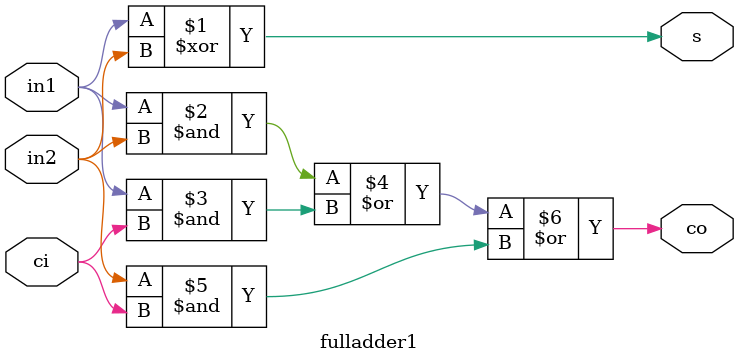
<source format=v>
module fulladder4(Sum,Cout,A,B,Cin);

input [3:0] A,B;
input Cin;

output [3:0] Sum;
output Cout;

wire [3:0] Sum;
wire [2:0] carry;
wire Cout;

fulladder1 one(.s(Sum[0]),.co(carry[0]),.in1(A[0]),.in2(B[0]),.ci(Cin));
fulladder1 two(.s(Sum[1]),.co(carry[1]),.in1(A[1]),.in2(B[1]),.ci(carry[0]));
fulladder1 three(.s(Sum[2]),.co(carry[2]),.in1(A[2]),.in2(B[2]),.ci(carry[1]));
fulladder1 four(.s(Sum[3]),.co(Cout),.in1(A[3]),.in2(B[3]),.ci(carry[2]));

endmodule

module fulladder1(s,co,in1,in2,ci);

input in1,in2,ci;
output s,co;

assign s = in1^in2;
assign co = in1&in2|in1&ci|in2&ci;

endmodule
 
 
</source>
